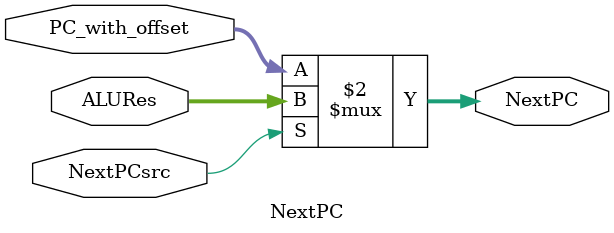
<source format=sv>
module NextPC(
    input logic NextPCsrc,
    input logic [31:0] PC_with_offset,
    input logic [31:0] ALURes,
    output logic [31:0] NextPC
);
always @* begin
    NextPC = (NextPCsrc) ? ALURes : PC_with_offset;
end
endmodule


    
</source>
